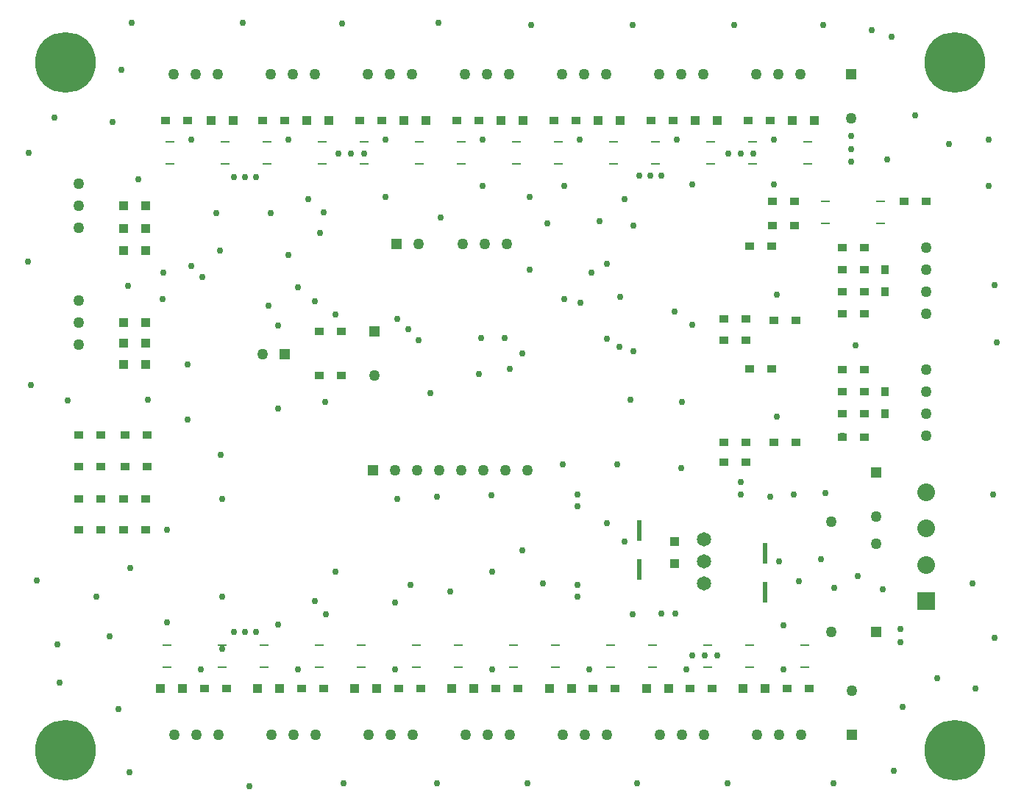
<source format=gts>
%FSLAX23Y23*%
%MOIN*%
G70*
G01*
G75*
G04 Layer_Color=8388736*
%ADD10R,0.060X0.056*%
%ADD11R,0.018X0.071*%
%ADD12R,0.071X0.018*%
%ADD13R,0.059X0.059*%
%ADD14R,0.063X0.026*%
%ADD15R,0.059X0.059*%
%ADD16R,0.039X0.118*%
%ADD17R,0.056X0.060*%
%ADD18R,0.081X0.024*%
%ADD19C,0.020*%
%ADD20C,0.015*%
%ADD21C,0.050*%
%ADD22C,0.040*%
%ADD23C,0.030*%
%ADD24R,0.055X0.165*%
%ADD25R,0.165X0.055*%
%ADD26R,0.150X0.050*%
%ADD27C,0.070*%
%ADD28R,0.070X0.070*%
%ADD29R,0.070X0.070*%
%ADD30C,0.100*%
%ADD31R,0.100X0.100*%
%ADD32C,0.295*%
%ADD33C,0.085*%
%ADD34C,0.050*%
%ADD35R,0.063X0.063*%
%ADD36C,0.100*%
%ADD37C,0.080*%
%ADD38C,0.010*%
%ADD39C,0.005*%
%ADD40C,0.008*%
%ADD41C,0.007*%
%ADD42R,0.020X0.050*%
%ADD43R,0.022X0.022*%
%ADD44R,0.018X0.022*%
%ADD45R,0.036X0.064*%
%ADD46R,0.080X0.065*%
%ADD47R,0.306X0.056*%
%ADD48R,0.050X0.020*%
%ADD49R,0.040X0.036*%
%ADD50R,0.039X0.039*%
%ADD51R,0.043X0.006*%
%ADD52R,0.039X0.039*%
%ADD53R,0.019X0.098*%
%ADD54R,0.036X0.040*%
%ADD55R,0.061X0.004*%
%ADD56R,0.050X0.050*%
%ADD57R,0.050X0.050*%
%ADD58C,0.080*%
%ADD59R,0.080X0.080*%
%ADD60C,0.275*%
%ADD61C,0.065*%
%ADD62C,0.030*%
D34*
X11310Y6980D02*
D03*
Y6480D02*
D03*
X11515Y6880D02*
D03*
X9935Y7215D02*
D03*
X9835D02*
D03*
X9735D02*
D03*
X9635D02*
D03*
X9535D02*
D03*
X9435D02*
D03*
X9335D02*
D03*
X8735Y7740D02*
D03*
X11740Y7670D02*
D03*
Y7370D02*
D03*
Y7470D02*
D03*
Y7570D02*
D03*
Y8225D02*
D03*
Y7925D02*
D03*
Y8025D02*
D03*
Y8125D02*
D03*
X7900Y7985D02*
D03*
Y7885D02*
D03*
Y7785D02*
D03*
Y8515D02*
D03*
Y8415D02*
D03*
Y8315D02*
D03*
X8530Y9010D02*
D03*
X8430D02*
D03*
X8330D02*
D03*
X8970D02*
D03*
X8870D02*
D03*
X8770D02*
D03*
X9410D02*
D03*
X9310D02*
D03*
X9210D02*
D03*
X9850D02*
D03*
X9750D02*
D03*
X9650D02*
D03*
X10290D02*
D03*
X10190D02*
D03*
X10090D02*
D03*
X10730D02*
D03*
X10630D02*
D03*
X10530D02*
D03*
X11170D02*
D03*
X11070D02*
D03*
X10970D02*
D03*
X9440Y8240D02*
D03*
X9640D02*
D03*
X9740D02*
D03*
X9840D02*
D03*
X11400Y8810D02*
D03*
X11405Y6215D02*
D03*
X9240Y7645D02*
D03*
X8335Y6015D02*
D03*
X8435D02*
D03*
X8535D02*
D03*
X8775D02*
D03*
X8875D02*
D03*
X8975D02*
D03*
X9215D02*
D03*
X9315D02*
D03*
X9415D02*
D03*
X9655D02*
D03*
X9755D02*
D03*
X9855D02*
D03*
X10095D02*
D03*
X10195D02*
D03*
X10295D02*
D03*
X10535D02*
D03*
X10635D02*
D03*
X10735D02*
D03*
X10975D02*
D03*
X11075D02*
D03*
X11175D02*
D03*
X11515Y7005D02*
D03*
D49*
X11210Y6225D02*
D03*
X11110D02*
D03*
X10770D02*
D03*
X10670D02*
D03*
X10330D02*
D03*
X10230D02*
D03*
X9890D02*
D03*
X9790D02*
D03*
X9450D02*
D03*
X9350D02*
D03*
X11640Y8435D02*
D03*
X11740D02*
D03*
X8570Y6225D02*
D03*
X8470D02*
D03*
X10925Y7340D02*
D03*
X10825D02*
D03*
X10925Y7250D02*
D03*
X10825D02*
D03*
X11145Y8435D02*
D03*
X11045D02*
D03*
X9175Y8800D02*
D03*
X9275D02*
D03*
X9615D02*
D03*
X9715D02*
D03*
X10055D02*
D03*
X10155D02*
D03*
X10495D02*
D03*
X10595D02*
D03*
X8295D02*
D03*
X8395D02*
D03*
X8735D02*
D03*
X8835D02*
D03*
X10935D02*
D03*
X11035D02*
D03*
X7900Y6945D02*
D03*
X8000D02*
D03*
X7900Y7085D02*
D03*
X8000D02*
D03*
X8110Y7375D02*
D03*
X8210D02*
D03*
X8110Y7230D02*
D03*
X8210D02*
D03*
X8105Y7085D02*
D03*
X8205D02*
D03*
X8105Y6945D02*
D03*
X8205D02*
D03*
X7900Y7375D02*
D03*
X8000D02*
D03*
X7900Y7230D02*
D03*
X8000D02*
D03*
X8990Y7845D02*
D03*
X9090D02*
D03*
X8990Y7645D02*
D03*
X9090D02*
D03*
X11150Y7340D02*
D03*
X11050D02*
D03*
X11360Y7365D02*
D03*
X11460D02*
D03*
Y7470D02*
D03*
X11360D02*
D03*
X11460Y7570D02*
D03*
X11360D02*
D03*
X11460Y7670D02*
D03*
X11360D02*
D03*
X11040Y7675D02*
D03*
X10940D02*
D03*
X10925Y7805D02*
D03*
X10825D02*
D03*
X10925Y7900D02*
D03*
X10825D02*
D03*
X11150Y7895D02*
D03*
X11050D02*
D03*
X11360Y7925D02*
D03*
X11460D02*
D03*
Y8025D02*
D03*
X11360D02*
D03*
X11460Y8125D02*
D03*
X11360D02*
D03*
X11460Y8225D02*
D03*
X11360D02*
D03*
X11040Y8230D02*
D03*
X10940D02*
D03*
X11145Y8325D02*
D03*
X11045D02*
D03*
X9010Y6225D02*
D03*
X8910D02*
D03*
D50*
X9375Y8800D02*
D03*
X9475D02*
D03*
X9250Y6225D02*
D03*
X9150D02*
D03*
X10135D02*
D03*
X10035D02*
D03*
X9815Y8800D02*
D03*
X9915D02*
D03*
X8810Y6225D02*
D03*
X8710D02*
D03*
X10575D02*
D03*
X10475D02*
D03*
X10255Y8800D02*
D03*
X10355D02*
D03*
X11010Y6225D02*
D03*
X10910D02*
D03*
X10695Y8800D02*
D03*
X10795D02*
D03*
X8500D02*
D03*
X8600D02*
D03*
X9690Y6225D02*
D03*
X9590D02*
D03*
X8935Y8800D02*
D03*
X9035D02*
D03*
X8205Y7885D02*
D03*
X8105D02*
D03*
Y7790D02*
D03*
X8205D02*
D03*
X8105Y7695D02*
D03*
X8205D02*
D03*
Y8415D02*
D03*
X8105D02*
D03*
Y8310D02*
D03*
X8205D02*
D03*
X8105Y8210D02*
D03*
X8205D02*
D03*
X11135Y8800D02*
D03*
X11235D02*
D03*
X8370Y6225D02*
D03*
X8270D02*
D03*
D51*
X9445Y8605D02*
D03*
Y8705D02*
D03*
X9195D02*
D03*
Y8605D02*
D03*
X9005D02*
D03*
Y8705D02*
D03*
X8755D02*
D03*
Y8605D02*
D03*
X8565D02*
D03*
Y8705D02*
D03*
X8315D02*
D03*
Y8605D02*
D03*
X9885D02*
D03*
Y8705D02*
D03*
X9635D02*
D03*
Y8605D02*
D03*
X10325D02*
D03*
Y8705D02*
D03*
X10075D02*
D03*
Y8605D02*
D03*
X10765D02*
D03*
Y8705D02*
D03*
X10515D02*
D03*
Y8605D02*
D03*
X11205D02*
D03*
Y8705D02*
D03*
X10955D02*
D03*
Y8605D02*
D03*
X11285Y8435D02*
D03*
Y8335D02*
D03*
X11535D02*
D03*
Y8435D02*
D03*
X8300Y6420D02*
D03*
Y6320D02*
D03*
X8550D02*
D03*
Y6420D02*
D03*
X8740D02*
D03*
Y6320D02*
D03*
X8990D02*
D03*
Y6420D02*
D03*
X9180D02*
D03*
Y6320D02*
D03*
X9430D02*
D03*
Y6420D02*
D03*
X9620D02*
D03*
Y6320D02*
D03*
X9870D02*
D03*
Y6420D02*
D03*
X10060D02*
D03*
Y6320D02*
D03*
X10310D02*
D03*
Y6420D02*
D03*
X10500D02*
D03*
Y6320D02*
D03*
X10750D02*
D03*
Y6420D02*
D03*
X10940D02*
D03*
Y6320D02*
D03*
X11190D02*
D03*
Y6420D02*
D03*
D52*
X10600Y6790D02*
D03*
Y6890D02*
D03*
D53*
X10440Y6763D02*
D03*
Y6940D02*
D03*
X11010Y6837D02*
D03*
Y6660D02*
D03*
D54*
X11555Y7570D02*
D03*
Y7470D02*
D03*
Y8125D02*
D03*
Y8025D02*
D03*
D55*
X10940Y7595D02*
D03*
Y7545D02*
D03*
Y7495D02*
D03*
Y7445D02*
D03*
X11151Y7595D02*
D03*
Y7545D02*
D03*
Y7495D02*
D03*
Y7445D02*
D03*
X10940Y8150D02*
D03*
Y8100D02*
D03*
Y8050D02*
D03*
Y8000D02*
D03*
X11151Y8150D02*
D03*
Y8100D02*
D03*
Y8050D02*
D03*
Y8000D02*
D03*
D56*
X11515Y6480D02*
D03*
X11400Y9010D02*
D03*
X11405Y6015D02*
D03*
X9240Y7845D02*
D03*
X11515Y7205D02*
D03*
D57*
X9235Y7215D02*
D03*
X8835Y7740D02*
D03*
X9340Y8240D02*
D03*
D58*
X11740Y7115D02*
D03*
Y6950D02*
D03*
Y6785D02*
D03*
D59*
Y6620D02*
D03*
D60*
X11870Y9065D02*
D03*
X7840D02*
D03*
Y5945D02*
D03*
X11870D02*
D03*
D61*
X10735Y6900D02*
D03*
Y6800D02*
D03*
Y6700D02*
D03*
D62*
X11950D02*
D03*
X11035Y7095D02*
D03*
X10295Y6975D02*
D03*
X10375Y6890D02*
D03*
X11075Y6800D02*
D03*
X11165Y6710D02*
D03*
X11285Y7110D02*
D03*
X11325Y6680D02*
D03*
X11265Y6810D02*
D03*
X11430Y6735D02*
D03*
X11545Y6675D02*
D03*
X11420Y7780D02*
D03*
X11140Y7105D02*
D03*
X11565Y8625D02*
D03*
X12025Y8715D02*
D03*
Y8505D02*
D03*
X12050Y8055D02*
D03*
X12060Y7795D02*
D03*
X12045Y7105D02*
D03*
X12050Y6455D02*
D03*
X11790Y6270D02*
D03*
X11965Y6225D02*
D03*
X11635Y6140D02*
D03*
X11595Y5850D02*
D03*
X11320Y5795D02*
D03*
X10840D02*
D03*
X10430D02*
D03*
X9935D02*
D03*
X9525D02*
D03*
X9100D02*
D03*
X8675Y5780D02*
D03*
X7815Y6250D02*
D03*
X8130Y5845D02*
D03*
X8080Y6130D02*
D03*
X8135Y6770D02*
D03*
X8040Y6460D02*
D03*
X7805Y6425D02*
D03*
X7710Y6715D02*
D03*
X10005Y6700D02*
D03*
X9910Y6850D02*
D03*
X9405Y6695D02*
D03*
X9585Y6665D02*
D03*
X10630Y7225D02*
D03*
X10340Y7240D02*
D03*
X10095D02*
D03*
X9770Y7100D02*
D03*
X9525Y7095D02*
D03*
X9345Y7085D02*
D03*
X9910Y7745D02*
D03*
X9855Y7675D02*
D03*
X10635Y7525D02*
D03*
X10400Y7535D02*
D03*
X10260Y8345D02*
D03*
X10375Y8445D02*
D03*
X10025Y8335D02*
D03*
X9540Y8360D02*
D03*
X8805Y7870D02*
D03*
X8760Y7960D02*
D03*
X8215Y7535D02*
D03*
X7850Y7530D02*
D03*
X7685Y7600D02*
D03*
X7675Y8655D02*
D03*
X7670Y8160D02*
D03*
X8280Y7990D02*
D03*
X8125Y8050D02*
D03*
X8285Y8110D02*
D03*
X8525Y8380D02*
D03*
X8995Y8290D02*
D03*
X8940Y8445D02*
D03*
X9010Y8385D02*
D03*
X8770Y8380D02*
D03*
X8170Y8535D02*
D03*
X8055Y8795D02*
D03*
X7790Y8815D02*
D03*
X8095Y9030D02*
D03*
X8140Y9245D02*
D03*
X8645D02*
D03*
X9095Y9240D02*
D03*
X9530Y9245D02*
D03*
X9950Y9235D02*
D03*
X10410D02*
D03*
X11275D02*
D03*
X10870D02*
D03*
X11495Y9210D02*
D03*
X11585Y9180D02*
D03*
X11690Y8825D02*
D03*
X11845Y8695D02*
D03*
X11400Y8615D02*
D03*
Y8730D02*
D03*
Y8671D02*
D03*
X11050Y8715D02*
D03*
X10610D02*
D03*
X10170D02*
D03*
X9730D02*
D03*
X9290D02*
D03*
X8850D02*
D03*
X8410D02*
D03*
X8455Y6310D02*
D03*
X8895D02*
D03*
X9335D02*
D03*
X9775D02*
D03*
X10215D02*
D03*
X11040Y7675D02*
D03*
X11360Y7370D02*
D03*
X11065Y7457D02*
D03*
Y8012D02*
D03*
X11360Y7925D02*
D03*
X11040Y8230D02*
D03*
X9725Y7815D02*
D03*
X9830D02*
D03*
X11095Y6310D02*
D03*
X10605Y6565D02*
D03*
X11625Y6435D02*
D03*
Y6495D02*
D03*
X10540Y6565D02*
D03*
X10100Y8505D02*
D03*
X9730D02*
D03*
X10100Y7990D02*
D03*
X11050Y8510D02*
D03*
X10175Y7975D02*
D03*
X10600Y7935D02*
D03*
X10680Y8510D02*
D03*
Y7875D02*
D03*
X10295Y8150D02*
D03*
Y7810D02*
D03*
X10355Y8000D02*
D03*
X10350Y7775D02*
D03*
X10415Y8325D02*
D03*
Y7755D02*
D03*
X9945Y8125D02*
D03*
Y8455D02*
D03*
X9290D02*
D03*
X10225Y8110D02*
D03*
X8850Y8190D02*
D03*
X8410Y8140D02*
D03*
X8460Y8090D02*
D03*
X8895Y8045D02*
D03*
X8970Y7980D02*
D03*
X9065Y7920D02*
D03*
Y6755D02*
D03*
X9775D02*
D03*
X8970Y6620D02*
D03*
X9335Y6615D02*
D03*
X9440Y7805D02*
D03*
X9395Y7855D02*
D03*
X9345Y7900D02*
D03*
X10655Y6310D02*
D03*
X8545Y7285D02*
D03*
X8540Y8210D02*
D03*
X8395Y7445D02*
D03*
Y7695D02*
D03*
X8805Y7495D02*
D03*
X9017Y7523D02*
D03*
X9020Y6560D02*
D03*
X9715Y7650D02*
D03*
X10410Y6560D02*
D03*
X11095Y6510D02*
D03*
X8805Y6515D02*
D03*
X9495Y7565D02*
D03*
X8550Y7085D02*
D03*
Y6405D02*
D03*
X10795Y6375D02*
D03*
X10680D02*
D03*
X10739D02*
D03*
X10900Y8650D02*
D03*
X10959D02*
D03*
X10844D02*
D03*
X9135D02*
D03*
X9194D02*
D03*
X9079D02*
D03*
X7980Y6640D02*
D03*
X8300Y6525D02*
D03*
Y6945D02*
D03*
X8550Y6640D02*
D03*
X10900Y7105D02*
D03*
X10160D02*
D03*
Y6640D02*
D03*
Y6695D02*
D03*
Y7050D02*
D03*
X10900Y7160D02*
D03*
X10540Y8550D02*
D03*
X10490D02*
D03*
X10440D02*
D03*
X8705Y6480D02*
D03*
X8655D02*
D03*
X8605D02*
D03*
Y8545D02*
D03*
X8655D02*
D03*
X8705D02*
D03*
M02*

</source>
